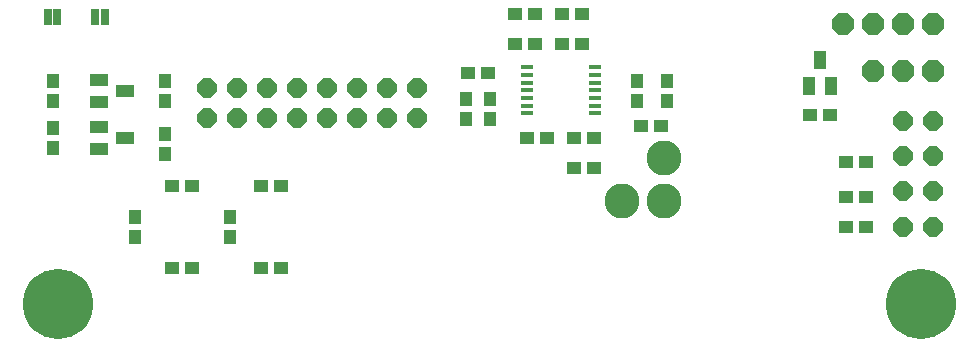
<source format=gbs>
G75*
%MOIN*%
%OFA0B0*%
%FSLAX24Y24*%
%IPPOS*%
%LPD*%
%AMOC8*
5,1,8,0,0,1.08239X$1,22.5*
%
%ADD10R,0.0591X0.0434*%
%ADD11C,0.2340*%
%ADD12R,0.0473X0.0434*%
%ADD13R,0.0290X0.0540*%
%ADD14R,0.0434X0.0473*%
%ADD15C,0.1163*%
%ADD16R,0.0434X0.0591*%
%ADD17OC8,0.0640*%
%ADD18OC8,0.0749*%
%ADD19R,0.0394X0.0178*%
D10*
X003139Y006938D03*
X004005Y007312D03*
X003139Y007686D03*
X003139Y008513D03*
X004005Y008887D03*
X003139Y009261D03*
D11*
X001800Y001800D03*
X030540Y001800D03*
D12*
X028709Y004359D03*
X028040Y004359D03*
X028040Y005343D03*
X028709Y005343D03*
X028709Y006524D03*
X028040Y006524D03*
X027528Y008099D03*
X026859Y008099D03*
X021898Y007706D03*
X021229Y007706D03*
X019654Y007312D03*
X018985Y007312D03*
X018080Y007312D03*
X017410Y007312D03*
X018985Y006328D03*
X019654Y006328D03*
X016111Y009477D03*
X015442Y009477D03*
X017017Y010461D03*
X017686Y010461D03*
X018591Y010461D03*
X019261Y010461D03*
X019261Y011446D03*
X018591Y011446D03*
X017686Y011446D03*
X017017Y011446D03*
X009221Y005737D03*
X008552Y005737D03*
X006269Y005737D03*
X005599Y005737D03*
X005599Y002981D03*
X006269Y002981D03*
X008552Y002981D03*
X009221Y002981D03*
D13*
X003338Y011367D03*
X003018Y011367D03*
X001763Y011367D03*
X001443Y011367D03*
D14*
X001603Y009221D03*
X001603Y008552D03*
X001603Y007646D03*
X001603Y006977D03*
X005343Y006780D03*
X005343Y007450D03*
X005343Y008552D03*
X005343Y009221D03*
X015383Y008631D03*
X016170Y008631D03*
X016170Y007961D03*
X015383Y007961D03*
X021091Y008552D03*
X022076Y008552D03*
X022076Y009221D03*
X021091Y009221D03*
X007509Y004694D03*
X007509Y004024D03*
X004359Y004024D03*
X004359Y004694D03*
D15*
X020580Y005225D03*
X021997Y005225D03*
X021997Y006643D03*
D16*
X026820Y009044D03*
X027568Y009044D03*
X027194Y009910D03*
D17*
X029961Y007902D03*
X030961Y007902D03*
X030961Y006721D03*
X029961Y006721D03*
X029961Y005540D03*
X030961Y005540D03*
X030961Y004359D03*
X029961Y004359D03*
X013765Y007993D03*
X012765Y007993D03*
X011765Y007993D03*
X010765Y007993D03*
X009765Y007993D03*
X008765Y007993D03*
X007765Y007993D03*
X006765Y007993D03*
X006765Y008993D03*
X007765Y008993D03*
X008765Y008993D03*
X009765Y008993D03*
X010765Y008993D03*
X011765Y008993D03*
X012765Y008993D03*
X013765Y008993D03*
D18*
X027938Y011131D03*
X028938Y011131D03*
X029938Y011131D03*
X030938Y011131D03*
X030950Y009556D03*
X029950Y009556D03*
X028950Y009556D03*
D19*
X019696Y009678D03*
X019696Y009422D03*
X019696Y009166D03*
X019696Y008910D03*
X019696Y008654D03*
X019696Y008398D03*
X019696Y008143D03*
X017432Y008143D03*
X017432Y008398D03*
X017432Y008654D03*
X017432Y008910D03*
X017432Y009166D03*
X017432Y009422D03*
X017432Y009678D03*
M02*

</source>
